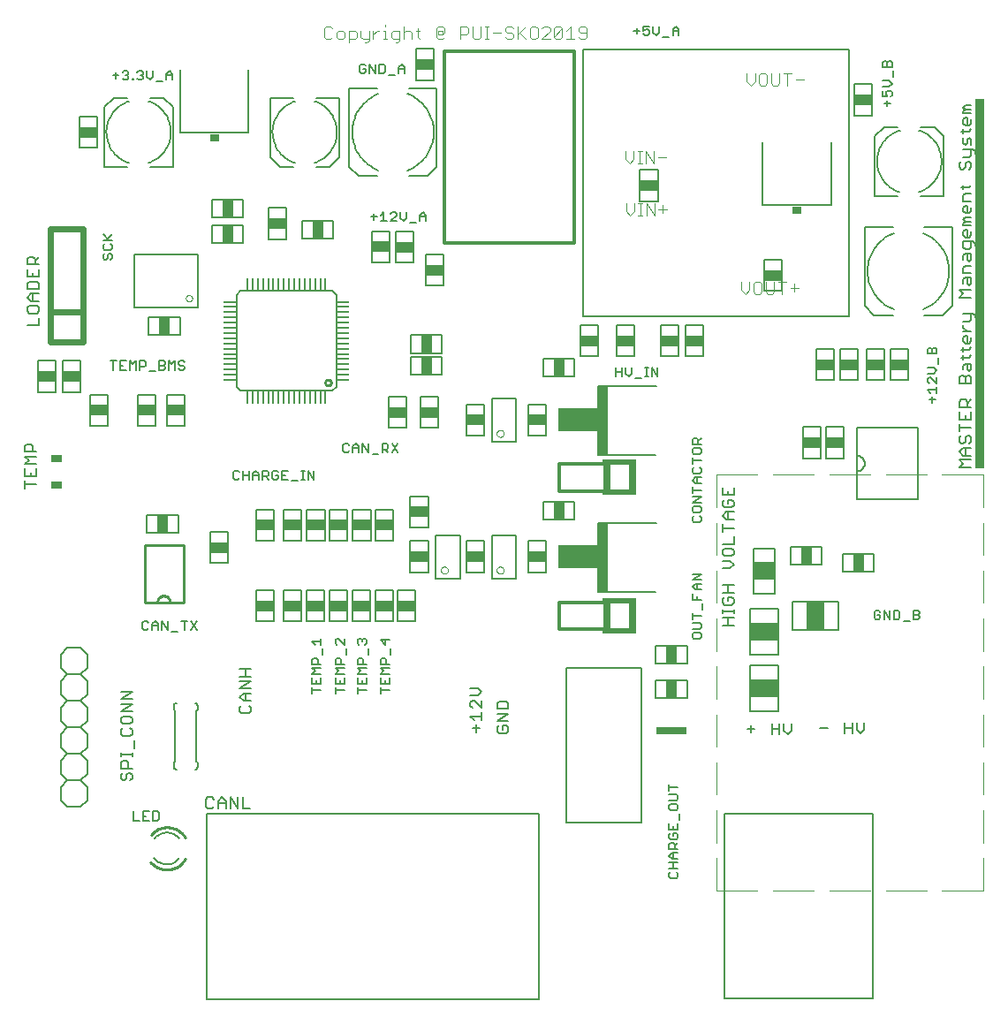
<source format=gto>
G75*
G70*
%OFA0B0*%
%FSLAX24Y24*%
%IPPOS*%
%LPD*%
%AMOC8*
5,1,8,0,0,1.08239X$1,22.5*
%
%ADD10C,0.0050*%
%ADD11C,0.0040*%
%ADD12C,0.0047*%
%ADD13C,0.0080*%
%ADD14R,0.0355X1.3937*%
%ADD15C,0.0060*%
%ADD16R,0.0340X0.0300*%
%ADD17R,0.0669X0.0394*%
%ADD18C,0.0240*%
%ADD19C,0.0100*%
%ADD20R,0.0394X0.0669*%
%ADD21R,0.0472X0.0079*%
%ADD22R,0.0079X0.0472*%
%ADD23R,0.0400X0.0300*%
%ADD24C,0.0028*%
%ADD25R,0.0422X0.2604*%
%ADD26R,0.1779X0.0906*%
%ADD27C,0.0120*%
%ADD28R,0.0315X0.1181*%
%ADD29R,0.1260X0.0197*%
%ADD30R,0.1142X0.0315*%
%ADD31R,0.0984X0.0669*%
%ADD32R,0.0669X0.0984*%
%ADD33R,0.0787X0.0669*%
D10*
X007416Y000125D02*
X007416Y007105D01*
X019936Y007105D01*
X019936Y000125D01*
X007416Y000125D01*
X009264Y014367D02*
X009933Y014367D01*
X009933Y015548D01*
X009264Y015548D01*
X009264Y014367D01*
X010309Y014367D02*
X010309Y015548D01*
X010978Y015548D01*
X010978Y014367D01*
X010309Y014367D01*
X011177Y014367D02*
X011177Y015548D01*
X011846Y015548D01*
X011846Y014367D01*
X011177Y014367D01*
X012036Y014367D02*
X012036Y015548D01*
X012706Y015548D01*
X012706Y014367D01*
X012036Y014367D01*
X012908Y014367D02*
X012908Y015548D01*
X013577Y015548D01*
X013577Y014367D01*
X012908Y014367D01*
X013770Y014367D02*
X013770Y015548D01*
X014439Y015548D01*
X014439Y014367D01*
X013770Y014367D01*
X014624Y014367D02*
X014624Y015548D01*
X015294Y015548D01*
X015294Y014367D01*
X014624Y014367D01*
X015093Y016216D02*
X015763Y016216D01*
X015763Y017397D01*
X015093Y017397D01*
X015093Y016216D01*
X014456Y017407D02*
X013787Y017407D01*
X013787Y018588D01*
X014456Y018588D01*
X014456Y017407D01*
X015093Y017909D02*
X015093Y019090D01*
X015763Y019090D01*
X015763Y017909D01*
X015093Y017909D01*
X013595Y017407D02*
X012926Y017407D01*
X012926Y018588D01*
X013595Y018588D01*
X013595Y017407D01*
X012719Y017407D02*
X012050Y017407D01*
X012050Y018588D01*
X012719Y018588D01*
X012719Y017407D01*
X011861Y017407D02*
X011191Y017407D01*
X011191Y018588D01*
X011861Y018588D01*
X011861Y017407D01*
X010975Y017407D02*
X010306Y017407D01*
X010306Y018588D01*
X010975Y018588D01*
X010975Y017407D01*
X009930Y017407D02*
X009930Y018588D01*
X009261Y018588D01*
X009261Y017407D01*
X009930Y017407D01*
X008197Y017749D02*
X008197Y016568D01*
X007528Y016568D01*
X007528Y017749D01*
X008197Y017749D01*
X006337Y017707D02*
X006337Y018376D01*
X005156Y018376D01*
X005156Y017707D01*
X006337Y017707D01*
X006567Y021742D02*
X005898Y021742D01*
X005898Y022923D01*
X006567Y022923D01*
X006567Y021742D01*
X005472Y021742D02*
X005472Y022923D01*
X004802Y022923D01*
X004802Y021742D01*
X005472Y021742D01*
X003687Y021742D02*
X003018Y021742D01*
X003018Y022923D01*
X003687Y022923D01*
X003687Y021742D01*
X002630Y023019D02*
X001961Y023019D01*
X001961Y024201D01*
X002630Y024201D01*
X002630Y023019D01*
X001715Y023019D02*
X001046Y023019D01*
X001046Y024201D01*
X001715Y024201D01*
X001715Y023019D01*
X005219Y025193D02*
X005219Y025862D01*
X006400Y025862D01*
X006400Y025193D01*
X005219Y025193D01*
X004690Y026197D02*
X004690Y028204D01*
X007092Y028204D01*
X007092Y026197D01*
X004690Y026197D01*
X007606Y028659D02*
X007606Y029328D01*
X008787Y029328D01*
X008787Y028659D01*
X007606Y028659D01*
X007606Y029617D02*
X007606Y030286D01*
X008787Y030286D01*
X008787Y029617D01*
X007606Y029617D01*
X009758Y029977D02*
X009758Y028795D01*
X010427Y028795D01*
X010427Y029977D01*
X009758Y029977D01*
X011005Y029494D02*
X011005Y028824D01*
X012187Y028824D01*
X012187Y029494D01*
X011005Y029494D01*
X013641Y029088D02*
X013641Y027907D01*
X014310Y027907D01*
X014310Y029088D01*
X013641Y029088D01*
X014558Y029084D02*
X015227Y029084D01*
X015227Y027903D01*
X014558Y027903D01*
X014558Y029084D01*
X015690Y028215D02*
X016359Y028215D01*
X016359Y027034D01*
X015690Y027034D01*
X015690Y028215D01*
X015105Y025163D02*
X015105Y024494D01*
X016286Y024494D01*
X016286Y025163D01*
X015105Y025163D01*
X015105Y024339D02*
X016286Y024339D01*
X016286Y023669D01*
X015105Y023669D01*
X015105Y024339D01*
X014953Y022851D02*
X014284Y022851D01*
X014284Y021670D01*
X014953Y021670D01*
X014953Y022851D01*
X015476Y022852D02*
X016145Y022852D01*
X016145Y021671D01*
X015476Y021671D01*
X015476Y022852D01*
X017212Y022555D02*
X017212Y021374D01*
X017881Y021374D01*
X017881Y022555D01*
X017212Y022555D01*
X019556Y022555D02*
X019556Y021374D01*
X020226Y021374D01*
X020226Y022555D01*
X019556Y022555D01*
X020110Y023616D02*
X020110Y024286D01*
X021292Y024286D01*
X021292Y023616D01*
X020110Y023616D01*
X021507Y024368D02*
X022176Y024368D01*
X022176Y025549D01*
X021507Y025549D01*
X021507Y024368D01*
X022165Y023240D02*
X024375Y023240D01*
X024542Y024369D02*
X024542Y025550D01*
X025211Y025550D01*
X025211Y024369D01*
X024542Y024369D01*
X023536Y024369D02*
X022867Y024369D01*
X022867Y025550D01*
X023536Y025550D01*
X023536Y024369D01*
X022190Y023226D02*
X022165Y023240D01*
X022165Y020654D02*
X024359Y020654D01*
X024375Y018082D02*
X022165Y018082D01*
X022190Y018068D01*
X021292Y018224D02*
X021292Y018893D01*
X020110Y018893D01*
X020110Y018224D01*
X021292Y018224D01*
X020226Y017397D02*
X020226Y016216D01*
X019556Y016216D01*
X019556Y017397D01*
X020226Y017397D01*
X022165Y015496D02*
X024359Y015496D01*
X024358Y013438D02*
X024358Y012769D01*
X025539Y012769D01*
X025539Y013438D01*
X024358Y013438D01*
X024358Y012159D02*
X025539Y012159D01*
X025539Y011490D01*
X024358Y011490D01*
X024358Y012159D01*
X027903Y012697D02*
X027903Y010965D01*
X028966Y010965D01*
X028966Y012697D01*
X027903Y012697D01*
X027898Y013105D02*
X027898Y014837D01*
X028961Y014837D01*
X028961Y013105D01*
X027898Y013105D01*
X029508Y014060D02*
X029508Y015123D01*
X031240Y015123D01*
X031240Y014060D01*
X029508Y014060D01*
X028828Y015424D02*
X028040Y015424D01*
X028040Y017117D01*
X028828Y017117D01*
X028828Y015424D01*
X029438Y016524D02*
X029438Y017193D01*
X030619Y017193D01*
X030619Y016524D01*
X029438Y016524D01*
X031406Y016253D02*
X031406Y016922D01*
X032587Y016922D01*
X032587Y016253D01*
X031406Y016253D01*
X031949Y018988D02*
X031949Y021666D01*
X034252Y021666D01*
X034251Y021664D02*
X034251Y018987D01*
X034252Y018991D02*
X031949Y018991D01*
X031938Y020035D02*
X031972Y020036D01*
X032005Y020041D01*
X032037Y020050D01*
X032068Y020062D01*
X032097Y020078D01*
X032124Y020096D01*
X032149Y020118D01*
X032172Y020143D01*
X032191Y020170D01*
X032207Y020199D01*
X032220Y020230D01*
X032230Y020261D01*
X032235Y020294D01*
X032237Y020327D01*
X032235Y020361D01*
X032229Y020393D01*
X032220Y020425D01*
X032207Y020456D01*
X032191Y020485D01*
X032171Y020512D01*
X032149Y020536D01*
X032124Y020558D01*
X032096Y020577D01*
X032067Y020592D01*
X032036Y020605D01*
X032004Y020613D01*
X031971Y020618D01*
X031938Y020619D01*
X031460Y020516D02*
X030791Y020516D01*
X030791Y021697D01*
X031460Y021697D01*
X031460Y020516D01*
X030591Y020516D02*
X029922Y020516D01*
X029922Y021697D01*
X030591Y021697D01*
X030591Y020516D01*
X030404Y023469D02*
X030404Y024650D01*
X031073Y024650D01*
X031073Y023469D01*
X030404Y023469D01*
X031310Y023469D02*
X031310Y024650D01*
X031979Y024650D01*
X031979Y023469D01*
X031310Y023469D01*
X032316Y023469D02*
X032316Y024650D01*
X032985Y024650D01*
X032985Y023469D01*
X032316Y023469D01*
X033202Y023469D02*
X033202Y024650D01*
X033872Y024650D01*
X033872Y023469D01*
X033202Y023469D01*
X035811Y023567D02*
X035811Y023345D01*
X036253Y023345D01*
X036253Y023567D01*
X036179Y023640D01*
X036106Y023640D01*
X036032Y023567D01*
X036032Y023345D01*
X036032Y023567D02*
X035958Y023640D01*
X035884Y023640D01*
X035811Y023567D01*
X035958Y023872D02*
X035958Y024020D01*
X036032Y024094D01*
X036253Y024094D01*
X036253Y023872D01*
X036179Y023799D01*
X036106Y023872D01*
X036106Y024094D01*
X035958Y024252D02*
X035958Y024399D01*
X035884Y024325D02*
X036179Y024325D01*
X036253Y024399D01*
X036179Y024628D02*
X035884Y024628D01*
X035958Y024701D02*
X035958Y024554D01*
X036179Y024628D02*
X036253Y024701D01*
X036179Y024856D02*
X036032Y024856D01*
X035958Y024930D01*
X035958Y025077D01*
X036032Y025151D01*
X036106Y025151D01*
X036106Y024856D01*
X036179Y024856D02*
X036253Y024930D01*
X036253Y025077D01*
X036253Y025309D02*
X035958Y025309D01*
X035958Y025457D02*
X035958Y025530D01*
X035958Y025457D02*
X036106Y025309D01*
X036179Y025687D02*
X036253Y025760D01*
X036253Y025982D01*
X036327Y025982D02*
X035958Y025982D01*
X035958Y025687D02*
X036179Y025687D01*
X036401Y025834D02*
X036401Y025908D01*
X036327Y025982D01*
X036253Y026593D02*
X035811Y026593D01*
X035958Y026740D01*
X035811Y026888D01*
X036253Y026888D01*
X036179Y027046D02*
X036106Y027120D01*
X036106Y027341D01*
X036032Y027341D02*
X036253Y027341D01*
X036253Y027120D01*
X036179Y027046D01*
X035958Y027120D02*
X035958Y027267D01*
X036032Y027341D01*
X035958Y027499D02*
X035958Y027721D01*
X036032Y027794D01*
X036253Y027794D01*
X036179Y027952D02*
X036106Y028026D01*
X036106Y028247D01*
X036032Y028247D02*
X036253Y028247D01*
X036253Y028026D01*
X036179Y027952D01*
X035958Y028026D02*
X035958Y028174D01*
X036032Y028247D01*
X036032Y028406D02*
X036179Y028406D01*
X036253Y028479D01*
X036253Y028701D01*
X036327Y028701D02*
X035958Y028701D01*
X035958Y028479D01*
X036032Y028406D01*
X036401Y028553D02*
X036401Y028627D01*
X036327Y028701D01*
X036179Y028859D02*
X036032Y028859D01*
X035958Y028932D01*
X035958Y029080D01*
X036032Y029154D01*
X036106Y029154D01*
X036106Y028859D01*
X036179Y028859D02*
X036253Y028932D01*
X036253Y029080D01*
X036253Y029312D02*
X035958Y029312D01*
X035958Y029386D01*
X036032Y029459D01*
X035958Y029533D01*
X036032Y029607D01*
X036253Y029607D01*
X036253Y029459D02*
X036032Y029459D01*
X036032Y029765D02*
X035958Y029839D01*
X035958Y029986D01*
X036032Y030060D01*
X036106Y030060D01*
X036106Y029765D01*
X036179Y029765D02*
X036032Y029765D01*
X036179Y029765D02*
X036253Y029839D01*
X036253Y029986D01*
X036253Y030218D02*
X035958Y030218D01*
X035958Y030439D01*
X036032Y030513D01*
X036253Y030513D01*
X036179Y030745D02*
X035884Y030745D01*
X035958Y030671D02*
X035958Y030819D01*
X036179Y030745D02*
X036253Y030819D01*
X036179Y031426D02*
X036253Y031500D01*
X036253Y031648D01*
X036179Y031721D01*
X036106Y031721D01*
X036032Y031648D01*
X036032Y031500D01*
X035958Y031426D01*
X035884Y031426D01*
X035811Y031500D01*
X035811Y031648D01*
X035884Y031721D01*
X035958Y031880D02*
X036179Y031880D01*
X036253Y031953D01*
X036253Y032175D01*
X036327Y032175D02*
X035958Y032175D01*
X036032Y032333D02*
X035958Y032407D01*
X035958Y032628D01*
X035958Y032786D02*
X035958Y032933D01*
X035884Y032860D02*
X036179Y032860D01*
X036253Y032933D01*
X036179Y033088D02*
X036032Y033088D01*
X035958Y033162D01*
X035958Y033309D01*
X036032Y033383D01*
X036106Y033383D01*
X036106Y033088D01*
X036179Y033088D02*
X036253Y033162D01*
X036253Y033309D01*
X036253Y033541D02*
X035958Y033541D01*
X035958Y033615D01*
X036032Y033689D01*
X035958Y033762D01*
X036032Y033836D01*
X036253Y033836D01*
X036253Y033689D02*
X036032Y033689D01*
X036179Y032628D02*
X036106Y032554D01*
X036106Y032407D01*
X036032Y032333D01*
X036253Y032333D02*
X036253Y032554D01*
X036179Y032628D01*
X036327Y032175D02*
X036401Y032101D01*
X036401Y032027D01*
X032521Y033461D02*
X031852Y033461D01*
X031852Y034642D01*
X032521Y034642D01*
X032521Y033461D01*
X031640Y035935D02*
X031640Y025895D01*
X021600Y025895D01*
X021600Y035935D01*
X031640Y035935D01*
X024428Y031397D02*
X024428Y030216D01*
X023759Y030216D01*
X023759Y031397D01*
X024428Y031397D01*
X028442Y028017D02*
X029111Y028017D01*
X029111Y026836D01*
X028442Y026836D01*
X028442Y028017D01*
X026141Y025550D02*
X025471Y025550D01*
X025471Y024369D01*
X026141Y024369D01*
X026141Y025550D01*
X017881Y017397D02*
X017881Y016216D01*
X017212Y016216D01*
X017212Y017397D01*
X017881Y017397D01*
X026943Y007124D02*
X032533Y007124D01*
X032533Y000156D01*
X026943Y000156D01*
X026943Y007124D01*
X035811Y020173D02*
X035958Y020321D01*
X035811Y020468D01*
X036253Y020468D01*
X036253Y020627D02*
X035958Y020627D01*
X035811Y020774D01*
X035958Y020922D01*
X036253Y020922D01*
X036179Y021080D02*
X036253Y021153D01*
X036253Y021301D01*
X036179Y021375D01*
X036106Y021375D01*
X036032Y021301D01*
X036032Y021153D01*
X035958Y021080D01*
X035884Y021080D01*
X035811Y021153D01*
X035811Y021301D01*
X035884Y021375D01*
X035811Y021533D02*
X035811Y021828D01*
X035811Y021680D02*
X036253Y021680D01*
X036253Y021986D02*
X035811Y021986D01*
X035811Y022281D01*
X035811Y022439D02*
X035811Y022660D01*
X035884Y022734D01*
X036032Y022734D01*
X036106Y022660D01*
X036106Y022439D01*
X036253Y022439D02*
X035811Y022439D01*
X036106Y022587D02*
X036253Y022734D01*
X036253Y022281D02*
X036253Y021986D01*
X036032Y021986D02*
X036032Y022134D01*
X036032Y020922D02*
X036032Y020627D01*
X036253Y020173D02*
X035811Y020173D01*
X035958Y027499D02*
X036253Y027499D01*
X015976Y034788D02*
X015306Y034788D01*
X015306Y035969D01*
X015976Y035969D01*
X015976Y034788D01*
X003272Y033418D02*
X003272Y032237D01*
X002603Y032237D01*
X002603Y033418D01*
X003272Y033418D01*
D11*
X011845Y036428D02*
X011922Y036351D01*
X012075Y036351D01*
X012152Y036428D01*
X012306Y036428D02*
X012382Y036351D01*
X012536Y036351D01*
X012612Y036428D01*
X012612Y036581D01*
X012536Y036658D01*
X012382Y036658D01*
X012306Y036581D01*
X012306Y036428D01*
X012152Y036735D02*
X012075Y036812D01*
X011922Y036812D01*
X011845Y036735D01*
X011845Y036428D01*
X012766Y036351D02*
X012996Y036351D01*
X013073Y036428D01*
X013073Y036581D01*
X012996Y036658D01*
X012766Y036658D01*
X012766Y036198D01*
X013226Y036428D02*
X013303Y036351D01*
X013533Y036351D01*
X013533Y036275D02*
X013457Y036198D01*
X013380Y036198D01*
X013533Y036275D02*
X013533Y036658D01*
X013687Y036658D02*
X013687Y036351D01*
X013687Y036505D02*
X013840Y036658D01*
X013917Y036658D01*
X014070Y036658D02*
X014147Y036658D01*
X014147Y036351D01*
X014070Y036351D02*
X014224Y036351D01*
X014377Y036428D02*
X014454Y036351D01*
X014684Y036351D01*
X014684Y036275D02*
X014684Y036658D01*
X014454Y036658D01*
X014377Y036581D01*
X014377Y036428D01*
X014531Y036198D02*
X014607Y036198D01*
X014684Y036275D01*
X014838Y036351D02*
X014838Y036812D01*
X014914Y036658D02*
X015068Y036658D01*
X015145Y036581D01*
X015145Y036351D01*
X015375Y036428D02*
X015375Y036735D01*
X015298Y036658D02*
X015452Y036658D01*
X015375Y036428D02*
X015452Y036351D01*
X016065Y036428D02*
X016065Y036735D01*
X016142Y036812D01*
X016296Y036812D01*
X016372Y036735D01*
X016372Y036581D01*
X016296Y036505D01*
X016296Y036658D01*
X016142Y036658D01*
X016142Y036505D01*
X016296Y036505D01*
X016372Y036428D02*
X016296Y036351D01*
X016142Y036351D01*
X016065Y036428D01*
X016986Y036351D02*
X016986Y036812D01*
X017216Y036812D01*
X017293Y036735D01*
X017293Y036581D01*
X017216Y036505D01*
X016986Y036505D01*
X017447Y036428D02*
X017447Y036812D01*
X017753Y036812D02*
X017753Y036428D01*
X017677Y036351D01*
X017523Y036351D01*
X017447Y036428D01*
X017907Y036351D02*
X018060Y036351D01*
X017984Y036351D02*
X017984Y036812D01*
X018060Y036812D02*
X017907Y036812D01*
X018214Y036581D02*
X018521Y036581D01*
X018674Y036658D02*
X018751Y036581D01*
X018904Y036581D01*
X018981Y036505D01*
X018981Y036428D01*
X018904Y036351D01*
X018751Y036351D01*
X018674Y036428D01*
X018674Y036658D02*
X018674Y036735D01*
X018751Y036812D01*
X018904Y036812D01*
X018981Y036735D01*
X019135Y036812D02*
X019135Y036351D01*
X019135Y036505D02*
X019442Y036812D01*
X019595Y036735D02*
X019595Y036428D01*
X019672Y036351D01*
X019825Y036351D01*
X019902Y036428D01*
X019902Y036735D01*
X019825Y036812D01*
X019672Y036812D01*
X019595Y036735D01*
X019211Y036581D02*
X019442Y036351D01*
X020055Y036351D02*
X020362Y036658D01*
X020362Y036735D01*
X020286Y036812D01*
X020132Y036812D01*
X020055Y036735D01*
X020055Y036351D02*
X020362Y036351D01*
X020516Y036428D02*
X020823Y036735D01*
X020823Y036428D01*
X020746Y036351D01*
X020593Y036351D01*
X020516Y036428D01*
X020516Y036735D01*
X020593Y036812D01*
X020746Y036812D01*
X020823Y036735D01*
X020976Y036658D02*
X021130Y036812D01*
X021130Y036351D01*
X021283Y036351D02*
X020976Y036351D01*
X021437Y036428D02*
X021513Y036351D01*
X021667Y036351D01*
X021744Y036428D01*
X021744Y036735D01*
X021667Y036812D01*
X021513Y036812D01*
X021437Y036735D01*
X021437Y036658D01*
X021513Y036581D01*
X021744Y036581D01*
X023218Y032122D02*
X023218Y031815D01*
X023371Y031662D01*
X023525Y031815D01*
X023525Y032122D01*
X023678Y032122D02*
X023832Y032122D01*
X023755Y032122D02*
X023755Y031662D01*
X023678Y031662D02*
X023832Y031662D01*
X023985Y031662D02*
X023985Y032122D01*
X024292Y031662D01*
X024292Y032122D01*
X024446Y031892D02*
X024753Y031892D01*
X024304Y030153D02*
X024304Y029693D01*
X023997Y030153D01*
X023997Y029693D01*
X023843Y029693D02*
X023690Y029693D01*
X023766Y029693D02*
X023766Y030153D01*
X023690Y030153D02*
X023843Y030153D01*
X023536Y030153D02*
X023536Y029846D01*
X023383Y029693D01*
X023229Y029846D01*
X023229Y030153D01*
X024457Y029923D02*
X024764Y029923D01*
X024611Y030076D02*
X024611Y029769D01*
X027586Y027183D02*
X027586Y026876D01*
X027740Y026723D01*
X027893Y026876D01*
X027893Y027183D01*
X028046Y027106D02*
X028123Y027183D01*
X028277Y027183D01*
X028353Y027106D01*
X028353Y026799D01*
X028277Y026723D01*
X028123Y026723D01*
X028046Y026799D01*
X028046Y027106D01*
X028507Y027183D02*
X028507Y026799D01*
X028584Y026723D01*
X028737Y026723D01*
X028814Y026799D01*
X028814Y027183D01*
X028967Y027183D02*
X029274Y027183D01*
X029121Y027183D02*
X029121Y026723D01*
X029428Y026953D02*
X029735Y026953D01*
X029581Y027106D02*
X029581Y026799D01*
X029323Y034593D02*
X029323Y035053D01*
X029170Y035053D02*
X029477Y035053D01*
X029630Y034823D02*
X029937Y034823D01*
X029016Y034670D02*
X029016Y035053D01*
X028710Y035053D02*
X028710Y034670D01*
X028786Y034593D01*
X028940Y034593D01*
X029016Y034670D01*
X028556Y034670D02*
X028556Y034976D01*
X028479Y035053D01*
X028326Y035053D01*
X028249Y034976D01*
X028249Y034670D01*
X028326Y034593D01*
X028479Y034593D01*
X028556Y034670D01*
X028096Y034746D02*
X028096Y035053D01*
X028096Y034746D02*
X027942Y034593D01*
X027789Y034746D01*
X027789Y035053D01*
X014914Y036658D02*
X014838Y036581D01*
X014147Y036812D02*
X014147Y036888D01*
X013226Y036658D02*
X013226Y036428D01*
X018352Y021459D02*
X018354Y021481D01*
X018360Y021503D01*
X018369Y021523D01*
X018381Y021542D01*
X018397Y021558D01*
X018415Y021571D01*
X018435Y021581D01*
X018456Y021588D01*
X018478Y021591D01*
X018501Y021590D01*
X018523Y021585D01*
X018543Y021577D01*
X018562Y021565D01*
X018579Y021550D01*
X018593Y021533D01*
X018604Y021513D01*
X018612Y021492D01*
X018616Y021470D01*
X018616Y021448D01*
X018612Y021426D01*
X018604Y021405D01*
X018593Y021385D01*
X018579Y021368D01*
X018562Y021353D01*
X018543Y021341D01*
X018523Y021333D01*
X018501Y021328D01*
X018478Y021327D01*
X018456Y021330D01*
X018435Y021337D01*
X018415Y021347D01*
X018397Y021360D01*
X018381Y021376D01*
X018369Y021395D01*
X018360Y021415D01*
X018354Y021437D01*
X018352Y021459D01*
X018352Y016301D02*
X018354Y016323D01*
X018360Y016345D01*
X018369Y016365D01*
X018381Y016384D01*
X018397Y016400D01*
X018415Y016413D01*
X018435Y016423D01*
X018456Y016430D01*
X018478Y016433D01*
X018501Y016432D01*
X018523Y016427D01*
X018543Y016419D01*
X018562Y016407D01*
X018579Y016392D01*
X018593Y016375D01*
X018604Y016355D01*
X018612Y016334D01*
X018616Y016312D01*
X018616Y016290D01*
X018612Y016268D01*
X018604Y016247D01*
X018593Y016227D01*
X018579Y016210D01*
X018562Y016195D01*
X018543Y016183D01*
X018523Y016175D01*
X018501Y016170D01*
X018478Y016169D01*
X018456Y016172D01*
X018435Y016179D01*
X018415Y016189D01*
X018397Y016202D01*
X018381Y016218D01*
X018369Y016237D01*
X018360Y016257D01*
X018354Y016279D01*
X018352Y016301D01*
X016248Y016301D02*
X016250Y016323D01*
X016256Y016345D01*
X016265Y016365D01*
X016277Y016384D01*
X016293Y016400D01*
X016311Y016413D01*
X016331Y016423D01*
X016352Y016430D01*
X016374Y016433D01*
X016397Y016432D01*
X016419Y016427D01*
X016439Y016419D01*
X016458Y016407D01*
X016475Y016392D01*
X016489Y016375D01*
X016500Y016355D01*
X016508Y016334D01*
X016512Y016312D01*
X016512Y016290D01*
X016508Y016268D01*
X016500Y016247D01*
X016489Y016227D01*
X016475Y016210D01*
X016458Y016195D01*
X016439Y016183D01*
X016419Y016175D01*
X016397Y016170D01*
X016374Y016169D01*
X016352Y016172D01*
X016331Y016179D01*
X016311Y016189D01*
X016293Y016202D01*
X016277Y016218D01*
X016265Y016237D01*
X016256Y016257D01*
X016250Y016279D01*
X016248Y016301D01*
D12*
X026644Y016285D02*
X026644Y015067D01*
X026644Y014477D02*
X026644Y013260D01*
X026644Y012669D02*
X026644Y011452D01*
X026644Y010861D02*
X026644Y009644D01*
X026644Y009054D02*
X026644Y007836D01*
X026644Y007246D02*
X026644Y006029D01*
X026644Y005438D02*
X026644Y004221D01*
X026646Y004221D02*
X028184Y004221D01*
X028774Y004221D02*
X030313Y004221D01*
X030903Y004221D02*
X032441Y004221D01*
X033032Y004221D02*
X034570Y004221D01*
X035160Y004221D02*
X036698Y004221D01*
X036698Y005438D01*
X036698Y006029D02*
X036698Y007246D01*
X036698Y007836D02*
X036698Y009054D01*
X036698Y009644D02*
X036698Y010861D01*
X036698Y011452D02*
X036698Y012669D01*
X036698Y013260D02*
X036698Y014477D01*
X036698Y015067D02*
X036698Y016285D01*
X036698Y016875D02*
X036698Y018092D01*
X036698Y018683D02*
X036698Y019900D01*
X035160Y019900D01*
X034569Y019900D02*
X033031Y019900D01*
X032440Y019900D02*
X030902Y019900D01*
X030311Y019900D02*
X028773Y019900D01*
X028182Y019900D02*
X026644Y019900D01*
X026644Y018683D01*
X026644Y018092D02*
X026644Y016875D01*
D13*
X026875Y016905D02*
X026945Y016835D01*
X027225Y016835D01*
X027295Y016905D01*
X027295Y017045D01*
X027225Y017115D01*
X026945Y017115D01*
X026875Y017045D01*
X026875Y016905D01*
X026875Y016655D02*
X027155Y016655D01*
X027295Y016515D01*
X027155Y016375D01*
X026875Y016375D01*
X026875Y015734D02*
X027295Y015734D01*
X027085Y015734D02*
X027085Y015454D01*
X027085Y015274D02*
X027085Y015134D01*
X027085Y015274D02*
X027225Y015274D01*
X027295Y015204D01*
X027295Y015064D01*
X027225Y014994D01*
X026945Y014994D01*
X026875Y015064D01*
X026875Y015204D01*
X026945Y015274D01*
X026875Y015454D02*
X027295Y015454D01*
X027295Y014827D02*
X027295Y014687D01*
X027295Y014757D02*
X026875Y014757D01*
X026875Y014687D02*
X026875Y014827D01*
X026875Y014506D02*
X027295Y014506D01*
X027085Y014506D02*
X027085Y014226D01*
X027295Y014226D02*
X026875Y014226D01*
X023820Y012622D02*
X020985Y012622D01*
X020985Y006795D01*
X023820Y006795D01*
X023820Y012622D01*
X027808Y010307D02*
X028089Y010307D01*
X027949Y010447D02*
X027949Y010167D01*
X028729Y010097D02*
X028729Y010517D01*
X028729Y010307D02*
X029010Y010307D01*
X029190Y010237D02*
X029330Y010097D01*
X029470Y010237D01*
X029470Y010517D01*
X029190Y010517D02*
X029190Y010237D01*
X029010Y010097D02*
X029010Y010517D01*
X030560Y010343D02*
X030840Y010343D01*
X031480Y010343D02*
X031761Y010343D01*
X031941Y010273D02*
X032081Y010133D01*
X032221Y010273D01*
X032221Y010553D01*
X031941Y010553D02*
X031941Y010273D01*
X031761Y010133D02*
X031761Y010553D01*
X031480Y010553D02*
X031480Y010133D01*
X027295Y017295D02*
X026875Y017295D01*
X027295Y017295D02*
X027295Y017576D01*
X027295Y017896D02*
X026875Y017896D01*
X026875Y017756D02*
X026875Y018036D01*
X027015Y018216D02*
X026875Y018356D01*
X027015Y018497D01*
X027295Y018497D01*
X027225Y018677D02*
X027295Y018747D01*
X027295Y018887D01*
X027225Y018957D01*
X027085Y018957D01*
X027085Y018817D01*
X026945Y018957D02*
X026875Y018887D01*
X026875Y018747D01*
X026945Y018677D01*
X027225Y018677D01*
X027085Y018497D02*
X027085Y018216D01*
X027015Y018216D02*
X027295Y018216D01*
X027295Y019137D02*
X026875Y019137D01*
X026875Y019417D01*
X027085Y019277D02*
X027085Y019137D01*
X027295Y019137D02*
X027295Y019417D01*
X032586Y025925D02*
X032232Y026279D01*
X032232Y029232D01*
X033295Y029232D01*
X034476Y029232D02*
X035539Y029232D01*
X035539Y026279D01*
X035185Y025925D01*
X034476Y025925D01*
X033295Y025925D02*
X032586Y025925D01*
X034436Y026141D02*
X034508Y026171D01*
X034577Y026204D01*
X034645Y026240D01*
X034712Y026280D01*
X034776Y026323D01*
X034838Y026369D01*
X034897Y026419D01*
X034954Y026471D01*
X035008Y026526D01*
X035059Y026583D01*
X035108Y026644D01*
X035153Y026706D01*
X035195Y026771D01*
X035234Y026838D01*
X035270Y026906D01*
X035302Y026977D01*
X035330Y027048D01*
X035355Y027122D01*
X035376Y027196D01*
X035393Y027271D01*
X035407Y027347D01*
X035416Y027424D01*
X035422Y027501D01*
X035424Y027578D01*
X035422Y027655D01*
X035416Y027732D01*
X035407Y027809D01*
X035393Y027885D01*
X035376Y027960D01*
X035355Y028034D01*
X035330Y028108D01*
X035302Y028179D01*
X035270Y028250D01*
X035234Y028318D01*
X035195Y028385D01*
X035153Y028450D01*
X035108Y028512D01*
X035059Y028573D01*
X035008Y028630D01*
X034954Y028685D01*
X034897Y028737D01*
X034838Y028787D01*
X034776Y028833D01*
X034712Y028876D01*
X034645Y028916D01*
X034577Y028952D01*
X034508Y028985D01*
X034436Y029015D01*
X033334Y029015D02*
X033262Y028985D01*
X033193Y028952D01*
X033125Y028916D01*
X033058Y028876D01*
X032994Y028833D01*
X032932Y028787D01*
X032873Y028737D01*
X032816Y028685D01*
X032762Y028630D01*
X032711Y028573D01*
X032662Y028512D01*
X032617Y028450D01*
X032575Y028385D01*
X032536Y028318D01*
X032500Y028250D01*
X032468Y028179D01*
X032440Y028108D01*
X032415Y028034D01*
X032394Y027960D01*
X032377Y027885D01*
X032363Y027809D01*
X032354Y027732D01*
X032348Y027655D01*
X032346Y027578D01*
X032348Y027501D01*
X032354Y027424D01*
X032363Y027347D01*
X032377Y027271D01*
X032394Y027196D01*
X032415Y027122D01*
X032440Y027048D01*
X032468Y026977D01*
X032500Y026906D01*
X032536Y026838D01*
X032575Y026771D01*
X032617Y026706D01*
X032662Y026644D01*
X032711Y026583D01*
X032762Y026526D01*
X032816Y026471D01*
X032873Y026419D01*
X032932Y026369D01*
X032994Y026323D01*
X033058Y026280D01*
X033125Y026240D01*
X033193Y026204D01*
X033262Y026171D01*
X033334Y026141D01*
X030973Y030085D02*
X028393Y030085D01*
X028393Y032445D01*
X030973Y032445D02*
X030973Y030085D01*
X032620Y030429D02*
X032620Y032674D01*
X032974Y033028D01*
X033486Y033028D01*
X034352Y033028D02*
X034864Y033028D01*
X035218Y032674D01*
X035218Y030429D01*
X034352Y030429D01*
X033486Y030429D02*
X032620Y030429D01*
X033545Y030568D02*
X033480Y030591D01*
X033417Y030617D01*
X033356Y030647D01*
X033296Y030681D01*
X033238Y030717D01*
X033182Y030757D01*
X033129Y030800D01*
X033078Y030846D01*
X033030Y030895D01*
X032985Y030946D01*
X032942Y031000D01*
X032903Y031056D01*
X032867Y031114D01*
X032834Y031175D01*
X032805Y031237D01*
X032779Y031300D01*
X032757Y031365D01*
X032738Y031431D01*
X032724Y031498D01*
X032713Y031565D01*
X032706Y031634D01*
X032702Y031702D01*
X032703Y031771D01*
X032707Y031839D01*
X032716Y031907D01*
X032728Y031974D01*
X032743Y032041D01*
X032763Y032107D01*
X032786Y032171D01*
X032813Y032234D01*
X032844Y032296D01*
X032877Y032355D01*
X032914Y032413D01*
X032955Y032468D01*
X032998Y032521D01*
X033044Y032572D01*
X033093Y032620D01*
X033145Y032665D01*
X033199Y032707D01*
X033255Y032746D01*
X033314Y032782D01*
X033374Y032814D01*
X033436Y032843D01*
X033500Y032869D01*
X033565Y032890D01*
X034293Y032890D02*
X034358Y032867D01*
X034421Y032841D01*
X034482Y032811D01*
X034542Y032777D01*
X034600Y032741D01*
X034656Y032701D01*
X034709Y032658D01*
X034760Y032612D01*
X034808Y032563D01*
X034853Y032512D01*
X034896Y032458D01*
X034935Y032402D01*
X034971Y032344D01*
X035004Y032283D01*
X035033Y032221D01*
X035059Y032158D01*
X035081Y032093D01*
X035100Y032027D01*
X035114Y031960D01*
X035125Y031893D01*
X035132Y031824D01*
X035136Y031756D01*
X035135Y031687D01*
X035131Y031619D01*
X035122Y031551D01*
X035110Y031484D01*
X035095Y031417D01*
X035075Y031351D01*
X035052Y031287D01*
X035025Y031224D01*
X034994Y031162D01*
X034961Y031103D01*
X034924Y031045D01*
X034883Y030990D01*
X034840Y030937D01*
X034794Y030886D01*
X034745Y030838D01*
X034693Y030793D01*
X034639Y030751D01*
X034583Y030712D01*
X034524Y030676D01*
X034464Y030644D01*
X034402Y030615D01*
X034338Y030589D01*
X034273Y030568D01*
X019084Y022786D02*
X019084Y021144D01*
X018164Y021144D01*
X018164Y022786D01*
X019084Y022786D01*
X019084Y017627D02*
X018164Y017627D01*
X018164Y015986D01*
X019084Y015986D01*
X019084Y017627D01*
X016980Y017627D02*
X016980Y015986D01*
X016060Y015986D01*
X016060Y017627D01*
X016980Y017627D01*
X017360Y011851D02*
X017640Y011851D01*
X017781Y011711D01*
X017640Y011571D01*
X017360Y011571D01*
X017430Y011391D02*
X017360Y011321D01*
X017360Y011181D01*
X017430Y011111D01*
X017430Y011391D02*
X017500Y011391D01*
X017781Y011111D01*
X017781Y011391D01*
X018365Y011284D02*
X018365Y011073D01*
X018785Y011073D01*
X018785Y011284D01*
X018715Y011354D01*
X018435Y011354D01*
X018365Y011284D01*
X018365Y010893D02*
X018785Y010893D01*
X018365Y010613D01*
X018785Y010613D01*
X018715Y010433D02*
X018575Y010433D01*
X018575Y010293D01*
X018435Y010433D02*
X018365Y010363D01*
X018365Y010223D01*
X018435Y010153D01*
X018715Y010153D01*
X018785Y010223D01*
X018785Y010363D01*
X018715Y010433D01*
X017781Y010650D02*
X017781Y010931D01*
X017781Y010790D02*
X017360Y010790D01*
X017500Y010650D01*
X017570Y010470D02*
X017570Y010190D01*
X017430Y010330D02*
X017710Y010330D01*
X009076Y010984D02*
X009006Y010914D01*
X008726Y010914D01*
X008656Y010984D01*
X008656Y011125D01*
X008726Y011195D01*
X008796Y011375D02*
X008656Y011515D01*
X008796Y011655D01*
X009076Y011655D01*
X009076Y011835D02*
X008656Y011835D01*
X009076Y012115D01*
X008656Y012115D01*
X008656Y012296D02*
X009076Y012296D01*
X008866Y012296D02*
X008866Y012576D01*
X008656Y012576D02*
X009076Y012576D01*
X008866Y011655D02*
X008866Y011375D01*
X008796Y011375D02*
X009076Y011375D01*
X009006Y011195D02*
X009076Y011125D01*
X009076Y010984D01*
X008771Y007730D02*
X008771Y007309D01*
X009051Y007309D01*
X008591Y007309D02*
X008591Y007730D01*
X008310Y007730D02*
X008310Y007309D01*
X008130Y007309D02*
X008130Y007589D01*
X007990Y007730D01*
X007850Y007589D01*
X007850Y007309D01*
X007670Y007379D02*
X007600Y007309D01*
X007460Y007309D01*
X007390Y007379D01*
X007390Y007659D01*
X007460Y007730D01*
X007600Y007730D01*
X007670Y007659D01*
X007850Y007519D02*
X008130Y007519D01*
X008310Y007730D02*
X008591Y007309D01*
X004597Y008437D02*
X004527Y008367D01*
X004597Y008437D02*
X004597Y008577D01*
X004527Y008647D01*
X004457Y008647D01*
X004387Y008577D01*
X004387Y008437D01*
X004317Y008367D01*
X004247Y008367D01*
X004176Y008437D01*
X004176Y008577D01*
X004247Y008647D01*
X004176Y008828D02*
X004176Y009038D01*
X004247Y009108D01*
X004387Y009108D01*
X004457Y009038D01*
X004457Y008828D01*
X004597Y008828D02*
X004176Y008828D01*
X004176Y009288D02*
X004176Y009428D01*
X004176Y009358D02*
X004597Y009358D01*
X004597Y009288D02*
X004597Y009428D01*
X004667Y009595D02*
X004667Y009875D01*
X004527Y010055D02*
X004597Y010125D01*
X004597Y010265D01*
X004527Y010335D01*
X004527Y010516D02*
X004597Y010586D01*
X004597Y010726D01*
X004527Y010796D01*
X004247Y010796D01*
X004176Y010726D01*
X004176Y010586D01*
X004247Y010516D01*
X004527Y010516D01*
X004247Y010335D02*
X004176Y010265D01*
X004176Y010125D01*
X004247Y010055D01*
X004527Y010055D01*
X004597Y010976D02*
X004176Y010976D01*
X004597Y011256D01*
X004176Y011256D01*
X004176Y011436D02*
X004597Y011717D01*
X004176Y011717D01*
X004176Y011436D02*
X004597Y011436D01*
X000978Y019536D02*
X000557Y019536D01*
X000557Y019676D02*
X000557Y019395D01*
X000557Y019856D02*
X000978Y019856D01*
X000978Y020136D01*
X000978Y020316D02*
X000557Y020316D01*
X000697Y020456D01*
X000557Y020596D01*
X000978Y020596D01*
X000978Y020777D02*
X000557Y020777D01*
X000557Y020987D01*
X000627Y021057D01*
X000767Y021057D01*
X000837Y020987D01*
X000837Y020777D01*
X000557Y020136D02*
X000557Y019856D01*
X000767Y019856D02*
X000767Y019996D01*
X000648Y025532D02*
X001068Y025532D01*
X001068Y025813D01*
X000998Y025993D02*
X001068Y026063D01*
X001068Y026203D01*
X000998Y026273D01*
X000718Y026273D01*
X000648Y026203D01*
X000648Y026063D01*
X000718Y025993D01*
X000998Y025993D01*
X001068Y026453D02*
X000788Y026453D01*
X000648Y026593D01*
X000788Y026733D01*
X001068Y026733D01*
X001068Y026913D02*
X000648Y026913D01*
X000648Y027124D01*
X000718Y027194D01*
X000998Y027194D01*
X001068Y027124D01*
X001068Y026913D01*
X000858Y026733D02*
X000858Y026453D01*
X000858Y027374D02*
X000858Y027514D01*
X001068Y027374D02*
X001068Y027654D01*
X001068Y027834D02*
X000648Y027834D01*
X000648Y028044D01*
X000718Y028115D01*
X000858Y028115D01*
X000928Y028044D01*
X000928Y027834D01*
X000928Y027974D02*
X001068Y028115D01*
X000648Y027654D02*
X000648Y027374D01*
X001068Y027374D01*
X003544Y031529D02*
X003544Y033773D01*
X003898Y034127D01*
X004410Y034127D01*
X005276Y034127D02*
X005788Y034127D01*
X006142Y033773D01*
X006142Y031529D01*
X005276Y031529D01*
X004410Y031529D02*
X003544Y031529D01*
X004469Y031667D02*
X004404Y031690D01*
X004341Y031716D01*
X004280Y031746D01*
X004220Y031780D01*
X004162Y031816D01*
X004106Y031856D01*
X004053Y031899D01*
X004002Y031945D01*
X003954Y031994D01*
X003909Y032045D01*
X003866Y032099D01*
X003827Y032155D01*
X003791Y032213D01*
X003758Y032274D01*
X003729Y032336D01*
X003703Y032399D01*
X003681Y032464D01*
X003662Y032530D01*
X003648Y032597D01*
X003637Y032664D01*
X003630Y032733D01*
X003626Y032801D01*
X003627Y032870D01*
X003631Y032938D01*
X003640Y033006D01*
X003652Y033073D01*
X003667Y033140D01*
X003687Y033206D01*
X003710Y033270D01*
X003737Y033333D01*
X003768Y033395D01*
X003801Y033454D01*
X003838Y033512D01*
X003879Y033567D01*
X003922Y033620D01*
X003968Y033671D01*
X004017Y033719D01*
X004069Y033764D01*
X004123Y033806D01*
X004179Y033845D01*
X004238Y033881D01*
X004298Y033913D01*
X004360Y033942D01*
X004424Y033968D01*
X004489Y033989D01*
X005217Y033989D02*
X005282Y033966D01*
X005345Y033940D01*
X005406Y033910D01*
X005466Y033876D01*
X005524Y033840D01*
X005580Y033800D01*
X005633Y033757D01*
X005684Y033711D01*
X005732Y033662D01*
X005777Y033611D01*
X005820Y033557D01*
X005859Y033501D01*
X005895Y033443D01*
X005928Y033382D01*
X005957Y033320D01*
X005983Y033257D01*
X006005Y033192D01*
X006024Y033126D01*
X006038Y033059D01*
X006049Y032992D01*
X006056Y032923D01*
X006060Y032855D01*
X006059Y032786D01*
X006055Y032718D01*
X006046Y032650D01*
X006034Y032583D01*
X006019Y032516D01*
X005999Y032450D01*
X005976Y032386D01*
X005949Y032323D01*
X005918Y032261D01*
X005885Y032202D01*
X005848Y032144D01*
X005807Y032089D01*
X005764Y032036D01*
X005718Y031985D01*
X005669Y031937D01*
X005617Y031892D01*
X005563Y031850D01*
X005507Y031811D01*
X005448Y031775D01*
X005388Y031743D01*
X005326Y031714D01*
X005262Y031688D01*
X005197Y031667D01*
X006409Y032810D02*
X006409Y035170D01*
X006409Y032810D02*
X008989Y032810D01*
X008989Y035170D01*
X009809Y034127D02*
X010676Y034127D01*
X011542Y034127D02*
X012408Y034127D01*
X012408Y031883D01*
X012054Y031529D01*
X011542Y031529D01*
X010676Y031529D02*
X010164Y031529D01*
X009809Y031883D01*
X009809Y034127D01*
X011483Y033989D02*
X011548Y033966D01*
X011611Y033940D01*
X011672Y033910D01*
X011732Y033876D01*
X011790Y033840D01*
X011846Y033800D01*
X011899Y033757D01*
X011950Y033711D01*
X011998Y033662D01*
X012043Y033611D01*
X012086Y033557D01*
X012125Y033501D01*
X012161Y033443D01*
X012194Y033382D01*
X012223Y033320D01*
X012249Y033257D01*
X012271Y033192D01*
X012290Y033126D01*
X012304Y033059D01*
X012315Y032992D01*
X012322Y032923D01*
X012326Y032855D01*
X012325Y032786D01*
X012321Y032718D01*
X012312Y032650D01*
X012300Y032583D01*
X012285Y032516D01*
X012265Y032450D01*
X012242Y032386D01*
X012215Y032323D01*
X012184Y032261D01*
X012151Y032202D01*
X012114Y032144D01*
X012073Y032089D01*
X012030Y032036D01*
X011984Y031985D01*
X011935Y031937D01*
X011883Y031892D01*
X011829Y031850D01*
X011773Y031811D01*
X011714Y031775D01*
X011654Y031743D01*
X011592Y031714D01*
X011528Y031688D01*
X011463Y031667D01*
X012787Y031529D02*
X013141Y031174D01*
X013850Y031174D01*
X012787Y031529D02*
X012787Y034481D01*
X013850Y034481D01*
X015031Y034481D02*
X016094Y034481D01*
X016094Y031529D01*
X015739Y031174D01*
X015031Y031174D01*
X013889Y031391D02*
X013817Y031421D01*
X013748Y031454D01*
X013680Y031490D01*
X013613Y031530D01*
X013549Y031573D01*
X013487Y031619D01*
X013428Y031669D01*
X013371Y031721D01*
X013317Y031776D01*
X013266Y031833D01*
X013217Y031894D01*
X013172Y031956D01*
X013130Y032021D01*
X013091Y032088D01*
X013055Y032156D01*
X013023Y032227D01*
X012995Y032298D01*
X012970Y032372D01*
X012949Y032446D01*
X012932Y032521D01*
X012918Y032597D01*
X012909Y032674D01*
X012903Y032751D01*
X012901Y032828D01*
X012903Y032905D01*
X012909Y032982D01*
X012918Y033059D01*
X012932Y033135D01*
X012949Y033210D01*
X012970Y033284D01*
X012995Y033358D01*
X013023Y033429D01*
X013055Y033500D01*
X013091Y033568D01*
X013130Y033635D01*
X013172Y033700D01*
X013217Y033762D01*
X013266Y033823D01*
X013317Y033880D01*
X013371Y033935D01*
X013428Y033987D01*
X013487Y034037D01*
X013549Y034083D01*
X013613Y034126D01*
X013680Y034166D01*
X013748Y034202D01*
X013817Y034235D01*
X013889Y034265D01*
X014991Y034265D02*
X015063Y034235D01*
X015132Y034202D01*
X015200Y034166D01*
X015267Y034126D01*
X015331Y034083D01*
X015393Y034037D01*
X015452Y033987D01*
X015509Y033935D01*
X015563Y033880D01*
X015614Y033823D01*
X015663Y033762D01*
X015708Y033700D01*
X015750Y033635D01*
X015789Y033568D01*
X015825Y033500D01*
X015857Y033429D01*
X015885Y033358D01*
X015910Y033284D01*
X015931Y033210D01*
X015948Y033135D01*
X015962Y033059D01*
X015971Y032982D01*
X015977Y032905D01*
X015979Y032828D01*
X015977Y032751D01*
X015971Y032674D01*
X015962Y032597D01*
X015948Y032521D01*
X015931Y032446D01*
X015910Y032372D01*
X015885Y032298D01*
X015857Y032227D01*
X015825Y032156D01*
X015789Y032088D01*
X015750Y032021D01*
X015708Y031956D01*
X015663Y031894D01*
X015614Y031833D01*
X015563Y031776D01*
X015509Y031721D01*
X015452Y031669D01*
X015393Y031619D01*
X015331Y031573D01*
X015267Y031530D01*
X015200Y031490D01*
X015132Y031454D01*
X015063Y031421D01*
X014991Y031391D01*
X010735Y031667D02*
X010670Y031690D01*
X010607Y031716D01*
X010546Y031746D01*
X010486Y031780D01*
X010428Y031816D01*
X010372Y031856D01*
X010319Y031899D01*
X010268Y031945D01*
X010220Y031994D01*
X010175Y032045D01*
X010132Y032099D01*
X010093Y032155D01*
X010057Y032213D01*
X010024Y032274D01*
X009995Y032336D01*
X009969Y032399D01*
X009947Y032464D01*
X009928Y032530D01*
X009914Y032597D01*
X009903Y032664D01*
X009896Y032733D01*
X009892Y032801D01*
X009893Y032870D01*
X009897Y032938D01*
X009906Y033006D01*
X009918Y033073D01*
X009933Y033140D01*
X009953Y033206D01*
X009976Y033270D01*
X010003Y033333D01*
X010034Y033395D01*
X010067Y033454D01*
X010104Y033512D01*
X010145Y033567D01*
X010188Y033620D01*
X010234Y033671D01*
X010283Y033719D01*
X010335Y033764D01*
X010389Y033806D01*
X010445Y033845D01*
X010504Y033881D01*
X010564Y033913D01*
X010626Y033942D01*
X010690Y033968D01*
X010755Y033989D01*
X012150Y026842D02*
X008685Y026842D01*
X008528Y026685D01*
X008528Y023220D01*
X008685Y023063D01*
X012150Y023063D01*
X012307Y023220D01*
X012307Y026685D01*
X012150Y026842D01*
D14*
X036577Y027122D03*
D15*
X034897Y024690D02*
X034954Y024633D01*
X034954Y024463D01*
X034613Y024463D01*
X034613Y024633D01*
X034670Y024690D01*
X034727Y024690D01*
X034784Y024633D01*
X034784Y024463D01*
X034784Y024633D02*
X034840Y024690D01*
X034897Y024690D01*
X035010Y024321D02*
X035010Y024095D01*
X034840Y023953D02*
X034613Y023953D01*
X034613Y023726D02*
X034840Y023726D01*
X034954Y023840D01*
X034840Y023953D01*
X034727Y023585D02*
X034670Y023585D01*
X034613Y023528D01*
X034613Y023415D01*
X034670Y023358D01*
X034727Y023585D02*
X034954Y023358D01*
X034954Y023585D01*
X034954Y023216D02*
X034954Y022990D01*
X034954Y023103D02*
X034613Y023103D01*
X034727Y022990D01*
X034784Y022848D02*
X034784Y022621D01*
X034897Y022735D02*
X034670Y022735D01*
X034240Y014786D02*
X034297Y014729D01*
X034297Y014672D01*
X034240Y014616D01*
X034070Y014616D01*
X034070Y014446D02*
X034070Y014786D01*
X034240Y014786D01*
X034240Y014616D02*
X034297Y014559D01*
X034297Y014502D01*
X034240Y014446D01*
X034070Y014446D01*
X033928Y014389D02*
X033701Y014389D01*
X033560Y014502D02*
X033560Y014729D01*
X033503Y014786D01*
X033333Y014786D01*
X033333Y014446D01*
X033503Y014446D01*
X033560Y014502D01*
X033192Y014446D02*
X033192Y014786D01*
X032965Y014786D02*
X032965Y014446D01*
X032823Y014502D02*
X032823Y014616D01*
X032710Y014616D01*
X032823Y014729D02*
X032767Y014786D01*
X032653Y014786D01*
X032597Y014729D01*
X032597Y014502D01*
X032653Y014446D01*
X032767Y014446D01*
X032823Y014502D01*
X032965Y014786D02*
X033192Y014446D01*
X026126Y014828D02*
X026126Y015055D01*
X026069Y015196D02*
X025729Y015196D01*
X025729Y015423D01*
X025842Y015565D02*
X025729Y015678D01*
X025842Y015791D01*
X026069Y015791D01*
X026069Y015933D02*
X025729Y015933D01*
X026069Y016160D01*
X025729Y016160D01*
X025899Y015791D02*
X025899Y015565D01*
X025842Y015565D02*
X026069Y015565D01*
X025899Y015310D02*
X025899Y015196D01*
X025729Y014687D02*
X025729Y014460D01*
X025729Y014573D02*
X026069Y014573D01*
X026012Y014318D02*
X025729Y014318D01*
X025729Y014091D02*
X026012Y014091D01*
X026069Y014148D01*
X026069Y014262D01*
X026012Y014318D01*
X026012Y013950D02*
X025786Y013950D01*
X025729Y013893D01*
X025729Y013780D01*
X025786Y013723D01*
X026012Y013723D01*
X026069Y013780D01*
X026069Y013893D01*
X026012Y013950D01*
X026012Y018108D02*
X025786Y018108D01*
X025729Y018165D01*
X025729Y018279D01*
X025786Y018335D01*
X025786Y018477D02*
X026012Y018477D01*
X026069Y018533D01*
X026069Y018647D01*
X026012Y018704D01*
X025786Y018704D01*
X025729Y018647D01*
X025729Y018533D01*
X025786Y018477D01*
X026012Y018335D02*
X026069Y018279D01*
X026069Y018165D01*
X026012Y018108D01*
X026069Y018845D02*
X025729Y018845D01*
X026069Y019072D01*
X025729Y019072D01*
X025729Y019213D02*
X025729Y019440D01*
X025729Y019327D02*
X026069Y019327D01*
X026069Y019582D02*
X025842Y019582D01*
X025729Y019695D01*
X025842Y019809D01*
X026069Y019809D01*
X026012Y019950D02*
X026069Y020007D01*
X026069Y020120D01*
X026012Y020177D01*
X025786Y020177D02*
X025729Y020120D01*
X025729Y020007D01*
X025786Y019950D01*
X026012Y019950D01*
X025899Y019809D02*
X025899Y019582D01*
X025729Y020318D02*
X025729Y020545D01*
X025729Y020432D02*
X026069Y020432D01*
X026012Y020687D02*
X026069Y020743D01*
X026069Y020857D01*
X026012Y020913D01*
X025786Y020913D01*
X025729Y020857D01*
X025729Y020743D01*
X025786Y020687D01*
X026012Y020687D01*
X025956Y021055D02*
X025956Y021225D01*
X025899Y021282D01*
X025786Y021282D01*
X025729Y021225D01*
X025729Y021055D01*
X026069Y021055D01*
X025956Y021168D02*
X026069Y021282D01*
X024425Y023608D02*
X024425Y023948D01*
X024199Y023948D02*
X024199Y023608D01*
X024066Y023608D02*
X023953Y023608D01*
X024010Y023608D02*
X024010Y023948D01*
X024066Y023948D02*
X023953Y023948D01*
X024199Y023948D02*
X024425Y023608D01*
X023812Y023551D02*
X023585Y023551D01*
X023443Y023721D02*
X023443Y023948D01*
X023216Y023948D02*
X023216Y023721D01*
X023330Y023608D01*
X023443Y023721D01*
X023075Y023778D02*
X022848Y023778D01*
X022848Y023608D02*
X022848Y023948D01*
X023075Y023948D02*
X023075Y023608D01*
X015681Y029468D02*
X015681Y029695D01*
X015568Y029808D01*
X015454Y029695D01*
X015454Y029468D01*
X015313Y029411D02*
X015086Y029411D01*
X014944Y029582D02*
X014831Y029468D01*
X014717Y029582D01*
X014717Y029808D01*
X014576Y029752D02*
X014519Y029808D01*
X014406Y029808D01*
X014349Y029752D01*
X014576Y029752D02*
X014576Y029695D01*
X014349Y029468D01*
X014576Y029468D01*
X014208Y029468D02*
X013981Y029468D01*
X014094Y029468D02*
X014094Y029808D01*
X013981Y029695D01*
X013839Y029638D02*
X013613Y029638D01*
X013726Y029525D02*
X013726Y029752D01*
X014944Y029808D02*
X014944Y029582D01*
X015454Y029638D02*
X015681Y029638D01*
X014886Y035047D02*
X014886Y035274D01*
X014773Y035387D01*
X014659Y035274D01*
X014659Y035047D01*
X014518Y034990D02*
X014291Y034990D01*
X014149Y035104D02*
X014149Y035330D01*
X014093Y035387D01*
X013923Y035387D01*
X013923Y035047D01*
X014093Y035047D01*
X014149Y035104D01*
X013781Y035047D02*
X013781Y035387D01*
X013554Y035387D02*
X013554Y035047D01*
X013413Y035104D02*
X013356Y035047D01*
X013243Y035047D01*
X013186Y035104D01*
X013186Y035330D01*
X013243Y035387D01*
X013356Y035387D01*
X013413Y035330D01*
X013413Y035217D02*
X013299Y035217D01*
X013413Y035217D02*
X013413Y035104D01*
X013554Y035387D02*
X013781Y035047D01*
X014659Y035217D02*
X014886Y035217D01*
X006114Y035028D02*
X006114Y034801D01*
X006114Y034971D02*
X005887Y034971D01*
X005887Y035028D02*
X006000Y035141D01*
X006114Y035028D01*
X005887Y035028D02*
X005887Y034801D01*
X005745Y034744D02*
X005519Y034744D01*
X005377Y034915D02*
X005377Y035141D01*
X005377Y034915D02*
X005264Y034801D01*
X005150Y034915D01*
X005150Y035141D01*
X005009Y035085D02*
X005009Y035028D01*
X004952Y034971D01*
X005009Y034915D01*
X005009Y034858D01*
X004952Y034801D01*
X004839Y034801D01*
X004782Y034858D01*
X004654Y034858D02*
X004654Y034801D01*
X004598Y034801D01*
X004598Y034858D01*
X004654Y034858D01*
X004456Y034858D02*
X004400Y034801D01*
X004286Y034801D01*
X004229Y034858D01*
X004343Y034971D02*
X004400Y034971D01*
X004456Y034915D01*
X004456Y034858D01*
X004400Y034971D02*
X004456Y035028D01*
X004456Y035085D01*
X004400Y035141D01*
X004286Y035141D01*
X004229Y035085D01*
X004088Y034971D02*
X003861Y034971D01*
X003975Y034858D02*
X003975Y035085D01*
X004782Y035085D02*
X004839Y035141D01*
X004952Y035141D01*
X005009Y035085D01*
X004952Y034971D02*
X004895Y034971D01*
X003841Y028974D02*
X003671Y028804D01*
X003727Y028748D02*
X003501Y028974D01*
X003501Y028748D02*
X003841Y028748D01*
X003784Y028606D02*
X003841Y028549D01*
X003841Y028436D01*
X003784Y028379D01*
X003557Y028379D01*
X003501Y028436D01*
X003501Y028549D01*
X003557Y028606D01*
X003557Y028238D02*
X003501Y028181D01*
X003501Y028068D01*
X003557Y028011D01*
X003614Y028011D01*
X003671Y028068D01*
X003671Y028181D01*
X003727Y028238D01*
X003784Y028238D01*
X003841Y028181D01*
X003841Y028068D01*
X003784Y028011D01*
X003770Y024197D02*
X003997Y024197D01*
X003883Y024197D02*
X003883Y023856D01*
X004138Y023856D02*
X004138Y024197D01*
X004365Y024197D01*
X004507Y024197D02*
X004620Y024083D01*
X004734Y024197D01*
X004734Y023856D01*
X004875Y023856D02*
X004875Y024197D01*
X005045Y024197D01*
X005102Y024140D01*
X005102Y024026D01*
X005045Y023970D01*
X004875Y023970D01*
X004507Y023856D02*
X004507Y024197D01*
X004252Y024026D02*
X004138Y024026D01*
X004138Y023856D02*
X004365Y023856D01*
X005243Y023800D02*
X005470Y023800D01*
X005612Y023856D02*
X005782Y023856D01*
X005838Y023913D01*
X005838Y023970D01*
X005782Y024026D01*
X005612Y024026D01*
X005612Y023856D02*
X005612Y024197D01*
X005782Y024197D01*
X005838Y024140D01*
X005838Y024083D01*
X005782Y024026D01*
X005980Y023856D02*
X005980Y024197D01*
X006093Y024083D01*
X006207Y024197D01*
X006207Y023856D01*
X006348Y023913D02*
X006405Y023856D01*
X006518Y023856D01*
X006575Y023913D01*
X006575Y023970D01*
X006518Y024026D01*
X006405Y024026D01*
X006348Y024083D01*
X006348Y024140D01*
X006405Y024197D01*
X006518Y024197D01*
X006575Y024140D01*
X008466Y020061D02*
X008409Y020004D01*
X008409Y019778D01*
X008466Y019721D01*
X008579Y019721D01*
X008636Y019778D01*
X008778Y019721D02*
X008778Y020061D01*
X008636Y020004D02*
X008579Y020061D01*
X008466Y020061D01*
X008778Y019891D02*
X009004Y019891D01*
X009146Y019891D02*
X009373Y019891D01*
X009373Y019948D02*
X009373Y019721D01*
X009514Y019721D02*
X009514Y020061D01*
X009684Y020061D01*
X009741Y020004D01*
X009741Y019891D01*
X009684Y019834D01*
X009514Y019834D01*
X009628Y019834D02*
X009741Y019721D01*
X009882Y019778D02*
X009939Y019721D01*
X010053Y019721D01*
X010109Y019778D01*
X010109Y019891D01*
X009996Y019891D01*
X010109Y020004D02*
X010053Y020061D01*
X009939Y020061D01*
X009882Y020004D01*
X009882Y019778D01*
X010251Y019721D02*
X010251Y020061D01*
X010478Y020061D01*
X010364Y019891D02*
X010251Y019891D01*
X010251Y019721D02*
X010478Y019721D01*
X010619Y019664D02*
X010846Y019664D01*
X010987Y019721D02*
X011101Y019721D01*
X011044Y019721D02*
X011044Y020061D01*
X010987Y020061D02*
X011101Y020061D01*
X011233Y020061D02*
X011460Y019721D01*
X011460Y020061D01*
X011233Y020061D02*
X011233Y019721D01*
X012557Y020800D02*
X012614Y020743D01*
X012728Y020743D01*
X012784Y020800D01*
X012926Y020743D02*
X012926Y020970D01*
X013039Y021084D01*
X013153Y020970D01*
X013153Y020743D01*
X013294Y020743D02*
X013294Y021084D01*
X013521Y020743D01*
X013521Y021084D01*
X013153Y020914D02*
X012926Y020914D01*
X012784Y021027D02*
X012728Y021084D01*
X012614Y021084D01*
X012557Y021027D01*
X012557Y020800D01*
X013662Y020687D02*
X013889Y020687D01*
X014031Y020743D02*
X014031Y021084D01*
X014201Y021084D01*
X014257Y021027D01*
X014257Y020914D01*
X014201Y020857D01*
X014031Y020857D01*
X014144Y020857D02*
X014257Y020743D01*
X014399Y020743D02*
X014626Y021084D01*
X014399Y021084D02*
X014626Y020743D01*
X009373Y019948D02*
X009259Y020061D01*
X009146Y019948D01*
X009146Y019721D01*
X009004Y019721D02*
X009004Y020061D01*
X007047Y014383D02*
X006821Y014043D01*
X007047Y014043D02*
X006821Y014383D01*
X006679Y014383D02*
X006452Y014383D01*
X006566Y014383D02*
X006566Y014043D01*
X006311Y013986D02*
X006084Y013986D01*
X005942Y014043D02*
X005942Y014383D01*
X005716Y014383D02*
X005942Y014043D01*
X005716Y014043D02*
X005716Y014383D01*
X005574Y014270D02*
X005574Y014043D01*
X005574Y014213D02*
X005347Y014213D01*
X005347Y014270D02*
X005461Y014383D01*
X005574Y014270D01*
X005347Y014270D02*
X005347Y014043D01*
X005206Y014100D02*
X005149Y014043D01*
X005036Y014043D01*
X004979Y014100D01*
X004979Y014326D01*
X005036Y014383D01*
X005149Y014383D01*
X005206Y014326D01*
X002909Y013118D02*
X002909Y012618D01*
X002659Y012368D01*
X002909Y012118D01*
X002909Y011618D01*
X002659Y011368D01*
X002159Y011368D01*
X001909Y011618D01*
X001909Y012118D01*
X002159Y012368D01*
X001909Y012618D01*
X001909Y013118D01*
X002159Y013368D01*
X002659Y013368D01*
X002909Y013118D01*
X002659Y012368D02*
X002159Y012368D01*
X002159Y011368D02*
X001909Y011118D01*
X001909Y010618D01*
X002159Y010368D01*
X001909Y010118D01*
X001909Y009618D01*
X002159Y009368D01*
X001909Y009118D01*
X001909Y008618D01*
X002159Y008368D01*
X001909Y008118D01*
X001909Y007618D01*
X002159Y007368D01*
X002659Y007368D01*
X002909Y007618D01*
X002909Y008118D01*
X002659Y008368D01*
X002159Y008368D01*
X002659Y008368D02*
X002909Y008618D01*
X002909Y009118D01*
X002659Y009368D01*
X002159Y009368D01*
X002659Y009368D02*
X002909Y009618D01*
X002909Y010118D01*
X002659Y010368D01*
X002159Y010368D01*
X002659Y010368D02*
X002909Y010618D01*
X002909Y011118D01*
X002659Y011368D01*
X006166Y011189D02*
X006166Y011039D01*
X006216Y010989D01*
X006216Y009089D01*
X006166Y009039D01*
X006166Y008889D01*
X006168Y008872D01*
X006172Y008855D01*
X006179Y008839D01*
X006189Y008825D01*
X006202Y008812D01*
X006216Y008802D01*
X006232Y008795D01*
X006249Y008791D01*
X006266Y008789D01*
X006966Y008789D02*
X006983Y008791D01*
X007000Y008795D01*
X007016Y008802D01*
X007030Y008812D01*
X007043Y008825D01*
X007053Y008839D01*
X007060Y008855D01*
X007064Y008872D01*
X007066Y008889D01*
X007066Y009039D01*
X007016Y009089D01*
X007016Y010989D01*
X007066Y011039D01*
X007066Y011189D01*
X007064Y011206D01*
X007060Y011223D01*
X007053Y011239D01*
X007043Y011253D01*
X007030Y011266D01*
X007016Y011276D01*
X007000Y011283D01*
X006983Y011287D01*
X006966Y011289D01*
X006266Y011289D02*
X006249Y011287D01*
X006232Y011283D01*
X006216Y011276D01*
X006202Y011266D01*
X006189Y011253D01*
X006179Y011239D01*
X006172Y011223D01*
X006168Y011206D01*
X006166Y011189D01*
X005551Y007199D02*
X005381Y007199D01*
X005381Y006859D01*
X005551Y006859D01*
X005608Y006915D01*
X005608Y007142D01*
X005551Y007199D01*
X005240Y007199D02*
X005013Y007199D01*
X005013Y006859D01*
X005240Y006859D01*
X005126Y007029D02*
X005013Y007029D01*
X004871Y006859D02*
X004644Y006859D01*
X004644Y007199D01*
X005906Y006401D02*
X005951Y006399D01*
X005997Y006394D01*
X006041Y006386D01*
X006085Y006374D01*
X006128Y006358D01*
X006170Y006340D01*
X006210Y006318D01*
X006248Y006294D01*
X006284Y006267D01*
X006319Y006237D01*
X006350Y006204D01*
X006380Y006169D01*
X005906Y005201D02*
X005859Y005203D01*
X005811Y005209D01*
X005765Y005218D01*
X005719Y005231D01*
X005675Y005247D01*
X005631Y005268D01*
X005590Y005291D01*
X005551Y005317D01*
X005514Y005347D01*
X005479Y005380D01*
X005447Y005415D01*
X005418Y005452D01*
X005906Y005201D02*
X005952Y005203D01*
X005998Y005208D01*
X006044Y005217D01*
X006089Y005229D01*
X006132Y005245D01*
X006174Y005264D01*
X006215Y005287D01*
X006254Y005312D01*
X006290Y005340D01*
X006325Y005371D01*
X006357Y005405D01*
X006386Y005441D01*
X005906Y006401D02*
X005861Y006399D01*
X005815Y006394D01*
X005771Y006386D01*
X005727Y006374D01*
X005684Y006358D01*
X005642Y006340D01*
X005602Y006318D01*
X005564Y006294D01*
X005528Y006267D01*
X005493Y006237D01*
X005462Y006204D01*
X005432Y006169D01*
X011387Y011651D02*
X011387Y011878D01*
X011387Y011764D02*
X011727Y011764D01*
X011727Y012019D02*
X011727Y012246D01*
X011727Y012387D02*
X011387Y012387D01*
X011500Y012501D01*
X011387Y012614D01*
X011727Y012614D01*
X011727Y012756D02*
X011387Y012756D01*
X011387Y012926D01*
X011443Y012983D01*
X011557Y012983D01*
X011613Y012926D01*
X011613Y012756D01*
X011784Y013124D02*
X011784Y013351D01*
X011727Y013492D02*
X011727Y013719D01*
X011727Y013606D02*
X011387Y013606D01*
X011500Y013492D01*
X012265Y013549D02*
X012322Y013492D01*
X012265Y013549D02*
X012265Y013663D01*
X012322Y013719D01*
X012378Y013719D01*
X012605Y013492D01*
X012605Y013719D01*
X012662Y013351D02*
X012662Y013124D01*
X012492Y012926D02*
X012492Y012756D01*
X012605Y012756D02*
X012265Y012756D01*
X012265Y012926D01*
X012322Y012983D01*
X012435Y012983D01*
X012492Y012926D01*
X012605Y012614D02*
X012265Y012614D01*
X012378Y012501D01*
X012265Y012387D01*
X012605Y012387D01*
X012605Y012246D02*
X012605Y012019D01*
X012265Y012019D01*
X012265Y012246D01*
X012435Y012133D02*
X012435Y012019D01*
X012265Y011878D02*
X012265Y011651D01*
X012265Y011764D02*
X012605Y011764D01*
X013099Y011764D02*
X013439Y011764D01*
X013439Y012019D02*
X013439Y012246D01*
X013439Y012387D02*
X013099Y012387D01*
X013212Y012501D01*
X013099Y012614D01*
X013439Y012614D01*
X013439Y012756D02*
X013099Y012756D01*
X013099Y012926D01*
X013155Y012983D01*
X013269Y012983D01*
X013325Y012926D01*
X013325Y012756D01*
X013496Y013124D02*
X013496Y013351D01*
X013382Y013492D02*
X013439Y013549D01*
X013439Y013663D01*
X013382Y013719D01*
X013325Y013719D01*
X013269Y013663D01*
X013269Y013606D01*
X013269Y013663D02*
X013212Y013719D01*
X013155Y013719D01*
X013099Y013663D01*
X013099Y013549D01*
X013155Y013492D01*
X013962Y013663D02*
X014132Y013492D01*
X014132Y013719D01*
X014302Y013663D02*
X013962Y013663D01*
X014359Y013351D02*
X014359Y013124D01*
X014189Y012926D02*
X014189Y012756D01*
X014302Y012756D02*
X013962Y012756D01*
X013962Y012926D01*
X014019Y012983D01*
X014132Y012983D01*
X014189Y012926D01*
X014302Y012614D02*
X013962Y012614D01*
X014076Y012501D01*
X013962Y012387D01*
X014302Y012387D01*
X014302Y012246D02*
X014302Y012019D01*
X013962Y012019D01*
X013962Y012246D01*
X014132Y012133D02*
X014132Y012019D01*
X013962Y011878D02*
X013962Y011651D01*
X013962Y011764D02*
X014302Y011764D01*
X013439Y012019D02*
X013099Y012019D01*
X013099Y012246D01*
X013269Y012133D02*
X013269Y012019D01*
X013099Y011878D02*
X013099Y011651D01*
X011727Y012019D02*
X011387Y012019D01*
X011387Y012246D01*
X011557Y012133D02*
X011557Y012019D01*
X024849Y008221D02*
X024849Y007994D01*
X024849Y008107D02*
X025189Y008107D01*
X025133Y007853D02*
X024849Y007853D01*
X024849Y007626D02*
X025133Y007626D01*
X025189Y007682D01*
X025189Y007796D01*
X025133Y007853D01*
X025133Y007484D02*
X024906Y007484D01*
X024849Y007428D01*
X024849Y007314D01*
X024906Y007257D01*
X025133Y007257D01*
X025189Y007314D01*
X025189Y007428D01*
X025133Y007484D01*
X025246Y007116D02*
X025246Y006889D01*
X025189Y006748D02*
X025189Y006521D01*
X024849Y006521D01*
X024849Y006748D01*
X025019Y006634D02*
X025019Y006521D01*
X025019Y006379D02*
X025019Y006266D01*
X025019Y006379D02*
X025133Y006379D01*
X025189Y006323D01*
X025189Y006209D01*
X025133Y006152D01*
X024906Y006152D01*
X024849Y006209D01*
X024849Y006323D01*
X024906Y006379D01*
X024906Y006011D02*
X025019Y006011D01*
X025076Y005954D01*
X025076Y005784D01*
X025189Y005784D02*
X024849Y005784D01*
X024849Y005954D01*
X024906Y006011D01*
X025076Y005898D02*
X025189Y006011D01*
X025189Y005643D02*
X024962Y005643D01*
X024849Y005529D01*
X024962Y005416D01*
X025189Y005416D01*
X025189Y005274D02*
X024849Y005274D01*
X025019Y005274D02*
X025019Y005048D01*
X025189Y005048D02*
X024849Y005048D01*
X024906Y004906D02*
X024849Y004849D01*
X024849Y004736D01*
X024906Y004679D01*
X025133Y004679D01*
X025189Y004736D01*
X025189Y004849D01*
X025133Y004906D01*
X025019Y005416D02*
X025019Y005643D01*
X033094Y033800D02*
X033094Y034026D01*
X033094Y034168D02*
X033037Y034281D01*
X033037Y034338D01*
X033094Y034395D01*
X033207Y034395D01*
X033264Y034338D01*
X033264Y034225D01*
X033207Y034168D01*
X033094Y034168D02*
X032923Y034168D01*
X032923Y034395D01*
X032923Y034536D02*
X033150Y034536D01*
X033264Y034650D01*
X033150Y034763D01*
X032923Y034763D01*
X033320Y034904D02*
X033320Y035131D01*
X033264Y035273D02*
X033264Y035443D01*
X033207Y035500D01*
X033150Y035500D01*
X033094Y035443D01*
X033094Y035273D01*
X033264Y035273D02*
X032923Y035273D01*
X032923Y035443D01*
X032980Y035500D01*
X033037Y035500D01*
X033094Y035443D01*
X032980Y033913D02*
X033207Y033913D01*
X025221Y036473D02*
X025221Y036700D01*
X025108Y036813D01*
X024995Y036700D01*
X024995Y036473D01*
X024853Y036416D02*
X024626Y036416D01*
X024485Y036586D02*
X024485Y036813D01*
X024485Y036586D02*
X024371Y036473D01*
X024258Y036586D01*
X024258Y036813D01*
X024117Y036813D02*
X023890Y036813D01*
X023890Y036643D01*
X024003Y036700D01*
X024060Y036700D01*
X024117Y036643D01*
X024117Y036530D01*
X024060Y036473D01*
X023946Y036473D01*
X023890Y036530D01*
X023748Y036643D02*
X023521Y036643D01*
X023635Y036530D02*
X023635Y036757D01*
X024995Y036643D02*
X025221Y036643D01*
D16*
X029683Y029895D03*
X007699Y032620D03*
D17*
X010093Y029386D03*
X013976Y028497D03*
X014893Y028494D03*
X016025Y027625D03*
X015811Y022261D03*
X014619Y022261D03*
X017547Y021965D03*
X019891Y021965D03*
X021842Y024959D03*
X023202Y024959D03*
X024876Y024959D03*
X025806Y024959D03*
X028776Y027427D03*
X030738Y024060D03*
X031644Y024060D03*
X032650Y024060D03*
X033537Y024060D03*
X031125Y021107D03*
X030256Y021107D03*
X019891Y016807D03*
X017547Y016807D03*
X015428Y016807D03*
X014122Y017997D03*
X013260Y017997D03*
X012384Y017997D03*
X011526Y017997D03*
X010641Y017997D03*
X009596Y017997D03*
X007862Y017159D03*
X009599Y014957D03*
X010643Y014957D03*
X011511Y014957D03*
X012371Y014957D03*
X013242Y014957D03*
X014104Y014957D03*
X014959Y014957D03*
X015428Y018499D03*
X006233Y022333D03*
X005137Y022333D03*
X003352Y022333D03*
X002296Y023610D03*
X001381Y023610D03*
X002937Y032828D03*
X015641Y035379D03*
X024094Y030807D03*
X032187Y034051D03*
D18*
X002748Y029183D02*
X002748Y024898D01*
X001512Y024898D01*
X001512Y025509D01*
X001509Y025083D02*
X001509Y029183D01*
X002748Y029183D01*
X002735Y026075D02*
X002735Y026039D01*
X001543Y026039D01*
D19*
X006612Y005425D02*
X006585Y005378D01*
X006555Y005333D01*
X006522Y005290D01*
X006486Y005250D01*
X006447Y005212D01*
X006406Y005177D01*
X006363Y005144D01*
X006318Y005115D01*
X006270Y005089D01*
X006221Y005066D01*
X006171Y005046D01*
X006120Y005030D01*
X006067Y005017D01*
X006014Y005008D01*
X005960Y005003D01*
X005906Y005001D01*
X006601Y006198D02*
X006571Y006246D01*
X006538Y006291D01*
X006502Y006334D01*
X006464Y006375D01*
X006422Y006412D01*
X006378Y006447D01*
X006332Y006478D01*
X006283Y006507D01*
X006233Y006531D01*
X006181Y006552D01*
X006127Y006570D01*
X006073Y006583D01*
X006018Y006593D01*
X005962Y006599D01*
X005906Y006601D01*
X005853Y006599D01*
X005799Y006594D01*
X005747Y006585D01*
X005695Y006573D01*
X005644Y006557D01*
X005594Y006538D01*
X005545Y006515D01*
X005498Y006489D01*
X005453Y006461D01*
X005410Y006429D01*
X005370Y006395D01*
X005331Y006357D01*
X005295Y006318D01*
X005291Y005289D02*
X005327Y005249D01*
X005366Y005211D01*
X005407Y005176D01*
X005450Y005144D01*
X005495Y005114D01*
X005542Y005088D01*
X005591Y005066D01*
X005642Y005046D01*
X005693Y005030D01*
X005745Y005017D01*
X005799Y005008D01*
X005852Y005003D01*
X005906Y005001D01*
X006022Y015082D02*
X005077Y015082D01*
X005077Y017247D01*
X006533Y017247D01*
X006533Y015082D01*
X006022Y015082D01*
X006021Y015081D02*
X006022Y015111D01*
X006019Y015141D01*
X006012Y015170D01*
X006001Y015198D01*
X005988Y015224D01*
X005971Y015248D01*
X005951Y015270D01*
X005928Y015290D01*
X005903Y015306D01*
X005877Y015320D01*
X005849Y015329D01*
X005819Y015335D01*
X005790Y015338D01*
X005760Y015337D01*
X005731Y015332D01*
X005702Y015323D01*
X005675Y015311D01*
X005650Y015296D01*
X005626Y015277D01*
X005605Y015256D01*
X005588Y015232D01*
X005573Y015206D01*
X005561Y015179D01*
X005553Y015150D01*
X005549Y015121D01*
X011881Y023378D02*
X011883Y023398D01*
X011888Y023418D01*
X011898Y023436D01*
X011910Y023453D01*
X011925Y023467D01*
X011943Y023477D01*
X011962Y023485D01*
X011982Y023489D01*
X012002Y023489D01*
X012022Y023485D01*
X012041Y023477D01*
X012059Y023467D01*
X012074Y023453D01*
X012086Y023436D01*
X012096Y023418D01*
X012101Y023398D01*
X012103Y023378D01*
X012101Y023358D01*
X012096Y023338D01*
X012086Y023320D01*
X012074Y023303D01*
X012059Y023289D01*
X012041Y023279D01*
X012022Y023271D01*
X012002Y023267D01*
X011982Y023267D01*
X011962Y023271D01*
X011943Y023279D01*
X011925Y023289D01*
X011910Y023303D01*
X011898Y023320D01*
X011888Y023338D01*
X011883Y023358D01*
X011881Y023378D01*
D20*
X015695Y024004D03*
X015695Y024829D03*
X011596Y029159D03*
X008197Y028994D03*
X008197Y029952D03*
X005809Y025528D03*
X005746Y018042D03*
X020701Y018559D03*
X020701Y023951D03*
X030028Y016858D03*
X031996Y016587D03*
X024948Y013104D03*
X024948Y011825D03*
D21*
X012544Y023476D03*
X012544Y023673D03*
X012544Y023870D03*
X012544Y024066D03*
X012544Y024263D03*
X012544Y024460D03*
X012544Y024657D03*
X012544Y024854D03*
X012544Y025051D03*
X012544Y025248D03*
X012544Y025444D03*
X012544Y025641D03*
X012544Y025838D03*
X012544Y026035D03*
X012544Y026232D03*
X012544Y026429D03*
X008292Y026429D03*
X008292Y026232D03*
X008292Y026035D03*
X008292Y025838D03*
X008292Y025641D03*
X008292Y025444D03*
X008292Y025248D03*
X008292Y025051D03*
X008292Y024854D03*
X008292Y024657D03*
X008292Y024460D03*
X008292Y024263D03*
X008292Y024066D03*
X008292Y023870D03*
X008292Y023673D03*
X008292Y023476D03*
D22*
X008941Y022826D03*
X009138Y022826D03*
X009335Y022826D03*
X009532Y022826D03*
X009729Y022826D03*
X009925Y022826D03*
X010122Y022826D03*
X010319Y022826D03*
X010516Y022826D03*
X010713Y022826D03*
X010910Y022826D03*
X011107Y022826D03*
X011303Y022826D03*
X011500Y022826D03*
X011697Y022826D03*
X011894Y022826D03*
X011894Y027078D03*
X011697Y027078D03*
X011500Y027078D03*
X011303Y027078D03*
X011107Y027078D03*
X010910Y027078D03*
X010713Y027078D03*
X010516Y027078D03*
X010319Y027078D03*
X010122Y027078D03*
X009925Y027078D03*
X009729Y027078D03*
X009532Y027078D03*
X009335Y027078D03*
X009138Y027078D03*
X008941Y027078D03*
D23*
X001743Y020498D03*
X001743Y019498D03*
D24*
X006623Y026561D02*
X006625Y026582D01*
X006631Y026603D01*
X006640Y026622D01*
X006652Y026639D01*
X006668Y026654D01*
X006686Y026666D01*
X006705Y026674D01*
X006726Y026679D01*
X006747Y026680D01*
X006768Y026677D01*
X006789Y026670D01*
X006808Y026660D01*
X006824Y026647D01*
X006838Y026631D01*
X006849Y026613D01*
X006857Y026593D01*
X006861Y026572D01*
X006861Y026550D01*
X006857Y026529D01*
X006849Y026509D01*
X006838Y026491D01*
X006824Y026475D01*
X006808Y026462D01*
X006789Y026452D01*
X006768Y026445D01*
X006747Y026442D01*
X006726Y026443D01*
X006705Y026448D01*
X006686Y026456D01*
X006668Y026468D01*
X006652Y026483D01*
X006640Y026500D01*
X006631Y026519D01*
X006625Y026540D01*
X006623Y026561D01*
D25*
X022352Y021954D03*
X022352Y016796D03*
D26*
X021541Y016807D03*
X021541Y021965D03*
D27*
X020710Y020313D02*
X022482Y020313D01*
X022521Y019289D02*
X020710Y019289D01*
X020710Y020313D01*
X020710Y015093D02*
X022482Y015093D01*
X022521Y014070D02*
X020710Y014070D01*
X020710Y015093D01*
X021269Y028634D02*
X016387Y028634D01*
X016387Y035879D01*
X021269Y035879D01*
X021269Y028634D01*
D28*
X022521Y019801D03*
X023466Y019801D03*
X023466Y014581D03*
X022521Y014581D03*
D29*
X022993Y014010D03*
X022993Y015152D03*
X022993Y019230D03*
X022993Y020372D03*
D30*
X024943Y010248D03*
D31*
X028434Y011831D03*
X028429Y013971D03*
D32*
X030374Y014592D03*
D33*
X028434Y016271D03*
M02*

</source>
